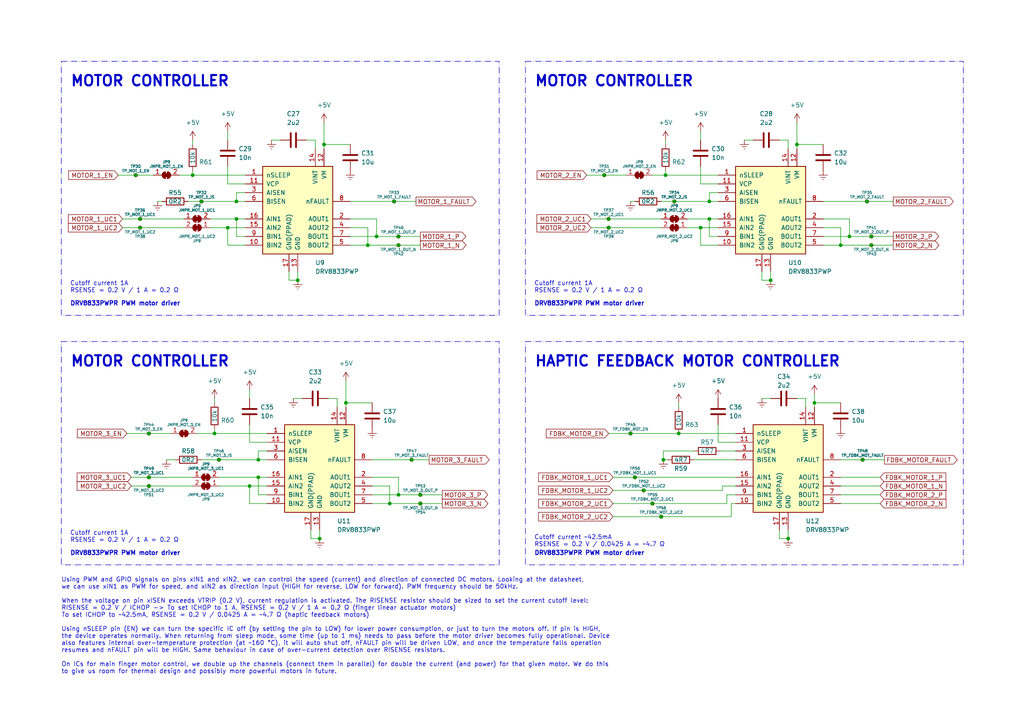
<source format=kicad_sch>
(kicad_sch (version 20230121) (generator eeschema)
  (paper "A4")
  (title_block (title "OpenHand prosthetic hand controller project") (date "2024-01-31") (rev "v1.0") (comment 1 "Aleksa Heler"))
  (lib_symbols
    (symbol "Connector:TestPoint_Small" (pin_numbers hide) (pin_names (offset 0.762) hide)
      (property "Reference" "TP" (at 0 3.81 0))
      (property "Value" "TestPoint_Small" (at 0 2.032 0))
      (symbol "TestPoint_Small_0_1"
        (circle (center 0 0) (radius 0.508))
      )
      (symbol "TestPoint_Small_1_1"
        (pin passive line (at 0 0 90) (length 0) (name "1") (number "1"))
      )
    )
    (symbol "Device:C" (pin_numbers hide) (pin_names (offset 0.254))
      (property "Reference" "C" (at 0.635 2.54 0))
      (property "Value" "C" (at 0.635 -2.54 0))
      (symbol "C_0_1"
        (polyline (pts (xy -2.032 -0.762) (xy 2.032 -0.762)) (stroke (width 0.508)))
        (polyline (pts (xy -2.032 0.762) (xy 2.032 0.762)) (stroke (width 0.508)))
      )
      (symbol "C_1_1"
        (pin passive line (at 0 3.81 270) (length 2.794) (name "~") (number "1"))
        (pin passive line (at 0 -3.81 90) (length 2.794) (name "~") (number "2"))
      )
    )
    (symbol "Device:R" (pin_numbers hide) (pin_names (offset 0))
      (property "Reference" "R" (at 2.032 0 90))
      (property "Value" "R" (at 0 0 90))
      (symbol "R_0_1"
        (rectangle (start -1.016 -2.54) (end 1.016 2.54) (stroke (width 0.254)))
      )
      (symbol "R_1_1"
        (pin passive line (at 0 3.81 270) (length 1.27) (name "~") (number "1"))
        (pin passive line (at 0 -3.81 90) (length 1.27) (name "~") (number "2"))
      )
    )
    (symbol "Driver_Motor:DRV8833PWP" (pin_names (offset 1.016))
      (property "Reference" "U" (at -3.81 16.51 0))
      (property "Value" "DRV8833PWP" (at -3.81 13.97 0))
      (symbol "DRV8833PWP_0_1"
        (rectangle (start -10.16 12.7) (end 10.16 -12.7) (stroke (width 0.254)) (fill (type background)))
      )
      (symbol "DRV8833PWP_1_1"
        (pin input line (at -15.24 10.16 0) (length 5.08) (name "nSLEEP") (number "1"))
        (pin input line (at -15.24 -10.16 0) (length 5.08) (name "BIN2") (number "10"))
        (pin bidirectional line (at -15.24 7.62 0) (length 5.08) (name "VCP") (number "11"))
        (pin power_in line (at 7.62 17.78 270) (length 5.08) (name "VM") (number "12"))
        (pin power_in line (at 0 -17.78 90) (length 5.08) (name "GND") (number "13"))
        (pin power_in line (at 5.08 17.78 270) (length 5.08) (name "VINT") (number "14"))
        (pin input line (at -15.24 -5.08 0) (length 5.08) (name "AIN2") (number "15"))
        (pin input line (at -15.24 -2.54 0) (length 5.08) (name "AIN1") (number "16"))
        (pin power_in line (at -2.54 -17.78 90) (length 5.08) (name "GND(PPAD)") (number "17"))
        (pin power_out line (at 15.24 -2.54 180) (length 5.08) (name "AOUT1") (number "2"))
        (pin bidirectional line (at -15.24 5.08 0) (length 5.08) (name "AISEN") (number "3"))
        (pin power_out line (at 15.24 -5.08 180) (length 5.08) (name "AOUT2") (number "4"))
        (pin power_out line (at 15.24 -10.16 180) (length 5.08) (name "BOUT2") (number "5"))
        (pin bidirectional line (at -15.24 2.54 0) (length 5.08) (name "BISEN") (number "6"))
        (pin power_out line (at 15.24 -7.62 180) (length 5.08) (name "BOUT1") (number "7"))
        (pin open_collector line (at 15.24 2.54 180) (length 5.08) (name "nFAULT") (number "8"))
        (pin input line (at -15.24 -7.62 0) (length 5.08) (name "BIN1") (number "9"))
      )
    )
    (symbol "Jumper:SolderJumper_2_Bridged" (pin_names (offset 0) hide)
      (property "Reference" "JP" (at 0 2.032 0))
      (property "Value" "SolderJumper_2_Bridged" (at 0 -2.54 0))
      (symbol "SolderJumper_2_Bridged_0_1"
        (rectangle (start -0.508 0.508) (end 0.508 -0.508) (fill (type outline)))
        (arc (start -0.254 1.016) (mid -1.2656 0) (end -0.254 -1.016))
        (arc (start -0.254 1.016) (mid -1.2656 0) (end -0.254 -1.016) (fill (type outline)))
        (polyline (pts (xy -0.254 1.016) (xy -0.254 -1.016)))
        (polyline (pts (xy 0.254 1.016) (xy 0.254 -1.016)))
        (arc (start 0.254 -1.016) (mid 1.2656 0) (end 0.254 1.016))
        (arc (start 0.254 -1.016) (mid 1.2656 0) (end 0.254 1.016) (fill (type outline)))
      )
      (symbol "SolderJumper_2_Bridged_1_1"
        (pin passive line (at -3.81 0 0) (length 2.54) (name "A") (number "1"))
        (pin passive line (at 3.81 0 180) (length 2.54) (name "B") (number "2"))
      )
    )
    (symbol "power:+5V" (power) (pin_names (offset 0))
      (property "Value" "+5V" (at 0 3.556 0))
      (symbol "+5V_0_1"
        (polyline (pts (xy -0.762 1.27) (xy 0 2.54)))
        (polyline (pts (xy 0 0) (xy 0 2.54)))
        (polyline (pts (xy 0 2.54) (xy 0.762 1.27)))
      )
      (symbol "+5V_1_1"
        (pin power_in line (at 0 0 90) (length 0) hide (name "+5V") (number "1"))
      )
    )
    (symbol "power:Earth" (power) (pin_names (offset 0))
      (symbol "Earth_0_1"
        (polyline (pts (xy -0.635 -1.905) (xy 0.635 -1.905)))
        (polyline (pts (xy -0.127 -2.54) (xy 0.127 -2.54)))
        (polyline (pts (xy 0 -1.27) (xy 0 0)))
        (polyline (pts (xy 1.27 -1.27) (xy -1.27 -1.27)))
      )
      (symbol "Earth_1_1"
        (pin power_in line (at 0 0 270) (length 0) hide (name "Earth") (number "1"))
      )
    )
  )
  (junction (at 74.93 138.43))
  (junction (at 193.04 50.8))
  (junction (at 115.57 68.58))
  (junction (at 115.57 71.12))
  (junction (at 205.74 63.5))
  (junction (at 251.46 58.42))
  (junction (at 93.98 41.91))
  (junction (at 191.77 149.86))
  (junction (at 175.26 50.8))
  (junction (at 176.53 66.04))
  (junction (at 68.58 58.42))
  (junction (at 62.23 125.73))
  (junction (at 40.64 66.04))
  (junction (at 192.405 133.35))
  (junction (at 252.73 71.12))
  (junction (at 74.93 133.35))
  (junction (at 55.88 50.8))
  (junction (at 114.3 58.42))
  (junction (at 121.92 143.51))
  (junction (at 205.74 58.42))
  (junction (at 121.92 146.05))
  (junction (at 184.15 138.43))
  (junction (at 250.19 133.35))
  (junction (at 63.5 133.35))
  (junction (at 196.85 125.73))
  (junction (at 243.84 71.12))
  (junction (at 246.38 68.58))
  (junction (at 72.39 140.97))
  (junction (at 113.03 146.05))
  (junction (at 58.42 58.42))
  (junction (at 86.36 81.28))
  (junction (at 195.58 58.42))
  (junction (at 189.23 146.05))
  (junction (at 109.22 68.58))
  (junction (at 40.64 63.5))
  (junction (at 231.14 41.91))
  (junction (at 186.69 142.24))
  (junction (at 252.73 68.58))
  (junction (at 43.18 140.97))
  (junction (at 43.18 138.43))
  (junction (at 43.18 125.73))
  (junction (at 182.88 125.73))
  (junction (at 39.37 50.8))
  (junction (at 119.38 133.35))
  (junction (at 68.58 63.5))
  (junction (at 115.57 143.51))
  (junction (at 223.52 81.28))
  (junction (at 100.33 116.84))
  (junction (at 203.2 66.04))
  (junction (at 92.71 156.21))
  (junction (at 66.04 66.04))
  (junction (at 176.53 63.5))
  (junction (at 236.22 116.84))
  (junction (at 106.68 71.12))
  (junction (at 228.6 156.21))
  (wire (pts (xy 175.26 50.8) (xy 181.61 50.8)))
  (wire (pts (xy 203.2 66.04) (xy 203.2 71.12)))
  (wire (pts (xy 106.68 71.12) (xy 115.57 71.12)))
  (wire (pts (xy 63.5 133.35) (xy 74.93 133.35)))
  (wire (pts (xy 106.68 71.12) (xy 101.6 71.12)))
  (wire (pts (xy 66.04 53.34) (xy 71.12 53.34)))
  (wire (pts (xy 68.58 68.58) (xy 71.12 68.58)))
  (wire (pts (xy 209.55 142.24) (xy 209.55 140.97)))
  (wire (pts (xy 66.04 38.1) (xy 66.04 40.64)))
  (wire (pts (xy 71.12 66.04) (xy 66.04 66.04)))
  (wire (pts (xy 86.36 78.74) (xy 86.36 81.28)))
  (wire (pts (xy 106.68 66.04) (xy 106.68 71.12)))
  (wire (pts (xy 176.53 63.5) (xy 191.77 63.5)))
  (wire (pts (xy 201.295 133.35) (xy 213.36 133.35)))
  (wire (pts (xy 107.95 143.51) (xy 115.57 143.51)))
  (wire (pts (xy 189.23 50.8) (xy 193.04 50.8)))
  (wire (pts (xy 191.77 149.86) (xy 212.09 149.86)))
  (wire (pts (xy 205.74 55.88) (xy 205.74 58.42)))
  (wire (pts (xy 233.68 115.57) (xy 233.68 118.11)))
  (wire (pts (xy 205.74 58.42) (xy 208.28 58.42)))
  (wire (pts (xy 113.03 140.97) (xy 113.03 146.05)))
  (wire (pts (xy 35.56 63.5) (xy 40.64 63.5)))
  (wire (pts (xy 177.8 146.05) (xy 189.23 146.05)))
  (wire (pts (xy 107.95 133.35) (xy 119.38 133.35)))
  (wire (pts (xy 85.09 115.57) (xy 87.63 115.57)))
  (wire (pts (xy 60.96 63.5) (xy 68.58 63.5)))
  (wire (pts (xy 238.76 66.04) (xy 243.84 66.04)))
  (wire (pts (xy 210.82 143.51) (xy 210.82 146.05)))
  (wire (pts (xy 115.57 71.12) (xy 121.92 71.12)))
  (wire (pts (xy 170.18 50.8) (xy 175.26 50.8)))
  (wire (pts (xy 114.3 58.42) (xy 120.65 58.42)))
  (wire (pts (xy 115.57 68.58) (xy 121.92 68.58)))
  (wire (pts (xy 83.82 81.28) (xy 86.36 81.28)))
  (wire (pts (xy 193.04 40.64) (xy 193.04 41.91)))
  (wire (pts (xy 54.61 58.42) (xy 58.42 58.42)))
  (wire (pts (xy 93.98 41.91) (xy 93.98 43.18)))
  (wire (pts (xy 38.1 140.97) (xy 43.18 140.97)))
  (wire (pts (xy 203.2 53.34) (xy 208.28 53.34)))
  (wire (pts (xy 66.04 48.26) (xy 66.04 53.34)))
  (wire (pts (xy 215.9 40.64) (xy 218.44 40.64)))
  (wire (pts (xy 68.58 63.5) (xy 68.58 68.58)))
  (wire (pts (xy 93.98 35.56) (xy 93.98 41.91)))
  (wire (pts (xy 101.6 66.04) (xy 106.68 66.04)))
  (wire (pts (xy 220.98 78.74) (xy 220.98 81.28)))
  (wire (pts (xy 209.55 140.97) (xy 213.36 140.97)))
  (wire (pts (xy 208.28 123.19) (xy 208.28 128.27)))
  (wire (pts (xy 107.95 140.97) (xy 113.03 140.97)))
  (wire (pts (xy 101.6 68.58) (xy 109.22 68.58)))
  (wire (pts (xy 182.88 58.42) (xy 184.15 58.42)))
  (wire (pts (xy 208.915 130.81) (xy 213.36 130.81)))
  (wire (pts (xy 186.69 142.24) (xy 209.55 142.24)))
  (wire (pts (xy 109.22 68.58) (xy 115.57 68.58)))
  (wire (pts (xy 192.405 133.35) (xy 193.675 133.35)))
  (wire (pts (xy 251.46 58.42) (xy 259.08 58.42)))
  (wire (pts (xy 176.53 125.73) (xy 182.88 125.73)))
  (wire (pts (xy 72.39 113.03) (xy 72.39 115.57)))
  (wire (pts (xy 220.98 115.57) (xy 223.52 115.57)))
  (wire (pts (xy 74.93 133.35) (xy 77.47 133.35)))
  (wire (pts (xy 199.39 63.5) (xy 205.74 63.5)))
  (wire (pts (xy 236.22 116.84) (xy 243.84 116.84)))
  (wire (pts (xy 226.06 153.67) (xy 226.06 156.21)))
  (wire (pts (xy 246.38 68.58) (xy 252.73 68.58)))
  (wire (pts (xy 231.14 41.91) (xy 231.14 43.18)))
  (wire (pts (xy 63.5 140.97) (xy 72.39 140.97)))
  (wire (pts (xy 71.12 63.5) (xy 68.58 63.5)))
  (wire (pts (xy 228.6 153.67) (xy 228.6 156.21)))
  (wire (pts (xy 226.06 156.21) (xy 228.6 156.21)))
  (wire (pts (xy 74.93 138.43) (xy 74.93 143.51)))
  (wire (pts (xy 55.88 40.64) (xy 55.88 41.91)))
  (wire (pts (xy 246.38 63.5) (xy 246.38 68.58)))
  (wire (pts (xy 184.15 138.43) (xy 213.36 138.43)))
  (wire (pts (xy 62.23 125.73) (xy 77.47 125.73)))
  (wire (pts (xy 113.03 146.05) (xy 121.92 146.05)))
  (wire (pts (xy 203.2 48.26) (xy 203.2 53.34)))
  (wire (pts (xy 203.2 38.1) (xy 203.2 40.64)))
  (wire (pts (xy 171.45 63.5) (xy 176.53 63.5)))
  (wire (pts (xy 40.64 63.5) (xy 53.34 63.5)))
  (wire (pts (xy 223.52 78.74) (xy 223.52 81.28)))
  (wire (pts (xy 77.47 130.81) (xy 74.93 130.81)))
  (wire (pts (xy 39.37 50.8) (xy 44.45 50.8)))
  (wire (pts (xy 58.42 58.42) (xy 68.58 58.42)))
  (wire (pts (xy 192.405 130.81) (xy 192.405 133.35)))
  (wire (pts (xy 177.8 142.24) (xy 186.69 142.24)))
  (wire (pts (xy 57.15 125.73) (xy 62.23 125.73)))
  (wire (pts (xy 238.76 63.5) (xy 246.38 63.5)))
  (wire (pts (xy 220.98 81.28) (xy 223.52 81.28)))
  (wire (pts (xy 199.39 66.04) (xy 203.2 66.04)))
  (wire (pts (xy 231.14 41.91) (xy 238.76 41.91)))
  (wire (pts (xy 43.18 138.43) (xy 55.88 138.43)))
  (wire (pts (xy 43.18 140.97) (xy 55.88 140.97)))
  (wire (pts (xy 193.04 49.53) (xy 193.04 50.8)))
  (wire (pts (xy 101.6 58.42) (xy 114.3 58.42)))
  (wire (pts (xy 243.84 66.04) (xy 243.84 71.12)))
  (wire (pts (xy 243.84 71.12) (xy 238.76 71.12)))
  (wire (pts (xy 63.5 138.43) (xy 74.93 138.43)))
  (wire (pts (xy 48.26 133.35) (xy 50.8 133.35)))
  (wire (pts (xy 60.96 66.04) (xy 66.04 66.04)))
  (wire (pts (xy 100.33 110.49) (xy 100.33 116.84)))
  (wire (pts (xy 231.14 35.56) (xy 231.14 41.91)))
  (wire (pts (xy 71.12 55.88) (xy 68.58 55.88)))
  (wire (pts (xy 250.19 133.35) (xy 256.54 133.35)))
  (wire (pts (xy 252.73 68.58) (xy 259.08 68.58)))
  (wire (pts (xy 236.22 116.84) (xy 236.22 118.11)))
  (wire (pts (xy 121.92 146.05) (xy 128.27 146.05)))
  (wire (pts (xy 55.88 49.53) (xy 55.88 50.8)))
  (wire (pts (xy 62.23 124.46) (xy 62.23 125.73)))
  (wire (pts (xy 58.42 133.35) (xy 63.5 133.35)))
  (wire (pts (xy 208.28 63.5) (xy 205.74 63.5)))
  (wire (pts (xy 52.07 50.8) (xy 55.88 50.8)))
  (wire (pts (xy 208.28 66.04) (xy 203.2 66.04)))
  (wire (pts (xy 74.93 130.81) (xy 74.93 133.35)))
  (wire (pts (xy 38.1 138.43) (xy 43.18 138.43)))
  (wire (pts (xy 83.82 78.74) (xy 83.82 81.28)))
  (wire (pts (xy 100.33 116.84) (xy 107.95 116.84)))
  (wire (pts (xy 97.79 115.57) (xy 97.79 118.11)))
  (wire (pts (xy 100.33 116.84) (xy 100.33 118.11)))
  (wire (pts (xy 236.22 114.3) (xy 236.22 116.84)))
  (wire (pts (xy 92.71 153.67) (xy 92.71 156.21)))
  (wire (pts (xy 252.73 71.12) (xy 259.08 71.12)))
  (wire (pts (xy 78.74 40.64) (xy 81.28 40.64)))
  (wire (pts (xy 107.95 138.43) (xy 115.57 138.43)))
  (wire (pts (xy 177.8 138.43) (xy 184.15 138.43)))
  (wire (pts (xy 243.84 140.97) (xy 255.27 140.97)))
  (wire (pts (xy 93.98 41.91) (xy 101.6 41.91)))
  (wire (pts (xy 72.39 123.19) (xy 72.39 128.27)))
  (wire (pts (xy 243.84 146.05) (xy 255.27 146.05)))
  (wire (pts (xy 193.04 50.8) (xy 208.28 50.8)))
  (wire (pts (xy 72.39 128.27) (xy 77.47 128.27)))
  (wire (pts (xy 121.92 143.51) (xy 128.27 143.51)))
  (wire (pts (xy 55.88 50.8) (xy 71.12 50.8)))
  (wire (pts (xy 231.14 115.57) (xy 233.68 115.57)))
  (wire (pts (xy 176.53 66.04) (xy 191.77 66.04)))
  (wire (pts (xy 77.47 138.43) (xy 74.93 138.43)))
  (wire (pts (xy 205.74 63.5) (xy 205.74 68.58)))
  (wire (pts (xy 189.23 146.05) (xy 210.82 146.05)))
  (wire (pts (xy 36.83 125.73) (xy 43.18 125.73)))
  (wire (pts (xy 243.84 133.35) (xy 250.19 133.35)))
  (wire (pts (xy 182.88 125.73) (xy 196.85 125.73)))
  (wire (pts (xy 66.04 66.04) (xy 66.04 71.12)))
  (wire (pts (xy 43.18 125.73) (xy 49.53 125.73)))
  (wire (pts (xy 201.295 130.81) (xy 192.405 130.81)))
  (wire (pts (xy 177.8 149.86) (xy 191.77 149.86)))
  (wire (pts (xy 243.84 138.43) (xy 255.27 138.43)))
  (wire (pts (xy 90.17 156.21) (xy 92.71 156.21)))
  (wire (pts (xy 45.72 58.42) (xy 46.99 58.42)))
  (wire (pts (xy 243.84 71.12) (xy 252.73 71.12)))
  (wire (pts (xy 119.38 133.35) (xy 124.46 133.35)))
  (wire (pts (xy 203.2 71.12) (xy 208.28 71.12)))
  (wire (pts (xy 115.57 138.43) (xy 115.57 143.51)))
  (wire (pts (xy 40.64 66.04) (xy 53.34 66.04)))
  (wire (pts (xy 195.58 58.42) (xy 205.74 58.42)))
  (wire (pts (xy 72.39 146.05) (xy 77.47 146.05)))
  (wire (pts (xy 77.47 140.97) (xy 72.39 140.97)))
  (wire (pts (xy 238.76 68.58) (xy 246.38 68.58)))
  (wire (pts (xy 208.28 55.88) (xy 205.74 55.88)))
  (wire (pts (xy 196.85 116.84) (xy 196.85 118.11)))
  (wire (pts (xy 243.84 143.51) (xy 255.27 143.51)))
  (wire (pts (xy 74.93 143.51) (xy 77.47 143.51)))
  (wire (pts (xy 191.77 58.42) (xy 195.58 58.42)))
  (wire (pts (xy 62.23 115.57) (xy 62.23 116.84)))
  (wire (pts (xy 101.6 63.5) (xy 109.22 63.5)))
  (wire (pts (xy 109.22 68.58) (xy 109.22 63.5)))
  (wire (pts (xy 34.29 50.8) (xy 39.37 50.8)))
  (wire (pts (xy 91.44 40.64) (xy 91.44 43.18)))
  (wire (pts (xy 212.09 146.05) (xy 213.36 146.05)))
  (wire (pts (xy 35.56 66.04) (xy 40.64 66.04)))
  (wire (pts (xy 68.58 58.42) (xy 71.12 58.42)))
  (wire (pts (xy 115.57 143.51) (xy 121.92 143.51)))
  (wire (pts (xy 205.74 68.58) (xy 208.28 68.58)))
  (wire (pts (xy 90.17 153.67) (xy 90.17 156.21)))
  (wire (pts (xy 213.36 143.51) (xy 210.82 143.51)))
  (wire (pts (xy 212.09 146.05) (xy 212.09 149.86)))
  (wire (pts (xy 238.76 58.42) (xy 251.46 58.42)))
  (wire (pts (xy 95.25 115.57) (xy 97.79 115.57)))
  (wire (pts (xy 66.04 71.12) (xy 71.12 71.12)))
  (wire (pts (xy 72.39 140.97) (xy 72.39 146.05)))
  (wire (pts (xy 113.03 146.05) (xy 107.95 146.05)))
  (wire (pts (xy 88.9 40.64) (xy 91.44 40.64)))
  (wire (pts (xy 171.45 66.04) (xy 176.53 66.04)))
  (wire (pts (xy 68.58 55.88) (xy 68.58 58.42)))
  (wire (pts (xy 196.85 125.73) (xy 213.36 125.73)))
  (wire (pts (xy 208.28 128.27) (xy 213.36 128.27)))
  (wire (pts (xy 228.6 40.64) (xy 228.6 43.18)))
  (wire (pts (xy 226.06 40.64) (xy 228.6 40.64)))
  (rectangle (start 17.78 99.06) (end 144.78 163.83) (stroke (width 0) (type dash_dot)))
  (rectangle (start 17.78 17.78) (end 144.78 91.44) (stroke (width 0) (type dash_dot)))
  (rectangle (start 152.4 99.06) (end 279.4 163.83) (stroke (width 0) (type dash_dot)))
  (rectangle (start 152.4 17.78) (end 279.4 91.44) (stroke (width 0) (type dash_dot)))
  (text "Cutoff current 1A\nRSENSE = 0.2 V / 1 A = 0.2 Ω" (at 154.94 85.09 0) (effects (font (size 1.27 1.27)) (justify left bottom)))
  (text "MOTOR CONTROLLER" (at 20.32 25.4 0) (effects (font (size 3 3) (thickness 0.6) bold) (justify left bottom)))
  (text "DRV8833PWPR PWM motor driver" (at 154.94 161.29 0) (effects (font (size 1.27 1.27) (thickness 0.254) bold) (justify left bottom)))
  (text "DRV8833PWPR PWM motor driver" (at 20.32 161.29 0) (effects (font (size 1.27 1.27) (thickness 0.254) bold) (justify left bottom)))
  (text "HAPTIC FEEDBACK MOTOR CONTROLLER" (at 154.94 106.68 0) (effects (font (size 3 3) (thickness 0.6) bold) (justify left bottom)))
  (text "Using PWM and GPIO signals on pins xIN1 and xIN2, we can control the speed (current) and direction of connected DC motors. Looking at the datasheet, \nwe can use xIN1 as PWM for speed, and xIN2 as direction input (HIGH for reverse, LOW for forward). PWM frequency should be 50kHz.\n\nWhen the voltage on pin xISEN exceeds VTRIP (0.2 V), current regulation is activated. The RISENSE resistor should be sized to set the current cutoff level:\nRISENSE = 0.2 V / ICHOP -> To set ICHOP to 1 A, RSENSE = 0.2 V / 1 A = 0.2 Ω (finger linear actuator motors)\nTo set ICHOP to ~42.5mA, RSENSE = 0.2 V / 0.0425 A = ~4.7 Ω (haptic feedback motors)\n\nUsing nSLEEP pin (EN) we can turn the specific IC off (by setting the pin to LOW) for lower power consumption, or just to turn the motors off. If pin is HIGH, \nthe device operates normally. When returning from sleep mode, some time (up to 1 ms) needs to pass before the motor driver becomes fully operational. Device \nalso features internal over-temperature protection (at ~160 °C), it will auto shut off, nFAULT pin will be driven LOW, and once the temperature falls operation \nresumes and nFAULT pin will be HIGH. Same behaviour in case of over-current detection over RISENSE resistors.\n\nOn ICs for main finger motor control, we double up the channels (connect them in parallel) for double the current (and power) for that given motor. We do this \nto give us room for thermal design and possibly more powerful motors in future." (at 17.78 195.58 0) (effects (font (size 1.27 1.27)) (justify left bottom)))
  (text "MOTOR CONTROLLER" (at 20.32 106.68 0) (effects (font (size 3 3) (thickness 0.6) bold) (justify left bottom)))
  (text "MOTOR CONTROLLER" (at 154.94 25.4 0) (effects (font (size 3 3) (thickness 0.6) bold) (justify left bottom)))
  (text "DRV8833PWPR PWM motor driver" (at 20.32 88.9 0) (effects (font (size 1.27 1.27) (thickness 0.254) bold) (justify left bottom)))
  (text "Cutoff current 1A\nRSENSE = 0.2 V / 1 A = 0.2 Ω" (at 20.32 85.09 0) (effects (font (size 1.27 1.27)) (justify left bottom)))
  (text "Cutoff current ~42.5mA\nRSENSE = 0.2 V / 0.0425 A = ~4.7 Ω" (at 154.94 158.75 0) (effects (font (size 1.27 1.27)) (justify left bottom)))
  (text "DRV8833PWPR PWM motor driver" (at 154.94 88.9 0) (effects (font (size 1.27 1.27) (thickness 0.254) bold) (justify left bottom)))
  (text "Cutoff current 1A\nRSENSE = 0.2 V / 1 A = 0.2 Ω" (at 20.32 157.48 0) (effects (font (size 1.27 1.27)) (justify left bottom)))
  (global_label "MOTOR_1_UC1" (shape input) (at 35.56 63.5 180) (property "Intersheetrefs" "${INTERSHEET_REFS}" (effects hide)))
  (global_label "MOTOR_1_EN" (shape input) (at 34.29 50.8 180) (property "Intersheetrefs" "${INTERSHEET_REFS}" (effects hide)))
  (global_label "MOTOR_3_N" (shape output) (at 128.27 146.05 0) (property "Intersheetrefs" "${INTERSHEET_REFS}" (effects hide)))
  (global_label "MOTOR_2_N" (shape output) (at 259.08 71.12 0) (property "Intersheetrefs" "${INTERSHEET_REFS}" (effects hide)))
  (global_label "MOTOR_2_EN" (shape input) (at 170.18 50.8 180) (property "Intersheetrefs" "${INTERSHEET_REFS}" (effects hide)))
  (global_label "FDBK_MOTOR_2_P" (shape input) (at 255.27 143.51 0) (property "Intersheetrefs" "${INTERSHEET_REFS}" (effects hide)))
  (global_label "FDBK_MOTOR_1_UC1" (shape input) (at 177.8 138.43 180) (property "Intersheetrefs" "${INTERSHEET_REFS}" (effects hide)))
  (global_label "MOTOR_2_FAULT" (shape output) (at 259.08 58.42 0) (property "Intersheetrefs" "${INTERSHEET_REFS}" (effects hide)))
  (global_label "FDBK_MOTOR_2_UC1" (shape input) (at 177.8 146.05 180) (property "Intersheetrefs" "${INTERSHEET_REFS}" (effects hide)))
  (global_label "FDBK_MOTOR_1_P" (shape input) (at 255.27 138.43 0) (property "Intersheetrefs" "${INTERSHEET_REFS}" (effects hide)))
  (global_label "FDBK_MOTOR_FAULT" (shape output) (at 256.54 133.35 0) (property "Intersheetrefs" "${INTERSHEET_REFS}" (effects hide)))
  (global_label "MOTOR_1_N" (shape output) (at 121.92 71.12 0) (property "Intersheetrefs" "${INTERSHEET_REFS}" (effects hide)))
  (global_label "MOTOR_1_P" (shape output) (at 121.92 68.58 0) (property "Intersheetrefs" "${INTERSHEET_REFS}" (effects hide)))
  (global_label "MOTOR_3_UC1" (shape input) (at 38.1 138.43 180) (property "Intersheetrefs" "${INTERSHEET_REFS}" (effects hide)))
  (global_label "MOTOR_3_P" (shape output) (at 128.27 143.51 0) (property "Intersheetrefs" "${INTERSHEET_REFS}" (effects hide)))
  (global_label "MOTOR_1_UC2" (shape input) (at 35.56 66.04 180) (property "Intersheetrefs" "${INTERSHEET_REFS}" (effects hide)))
  (global_label "MOTOR_2_UC2" (shape input) (at 171.45 66.04 180) (property "Intersheetrefs" "${INTERSHEET_REFS}" (effects hide)))
  (global_label "FDBK_MOTOR_2_UC2" (shape input) (at 177.8 149.86 180) (property "Intersheetrefs" "${INTERSHEET_REFS}" (effects hide)))
  (global_label "FDBK_MOTOR_2_N" (shape input) (at 255.27 146.05 0) (property "Intersheetrefs" "${INTERSHEET_REFS}" (effects hide)))
  (global_label "MOTOR_1_FAULT" (shape output) (at 120.65 58.42 0) (property "Intersheetrefs" "${INTERSHEET_REFS}" (effects hide)))
  (global_label "FDBK_MOTOR_EN" (shape input) (at 176.53 125.73 180) (property "Intersheetrefs" "${INTERSHEET_REFS}" (effects hide)))
  (global_label "MOTOR_3_UC2" (shape input) (at 38.1 140.97 180) (property "Intersheetrefs" "${INTERSHEET_REFS}" (effects hide)))
  (global_label "FDBK_MOTOR_1_UC2" (shape input) (at 177.8 142.24 180) (property "Intersheetrefs" "${INTERSHEET_REFS}" (effects hide)))
  (global_label "FDBK_MOTOR_1_N" (shape input) (at 255.27 140.97 0) (property "Intersheetrefs" "${INTERSHEET_REFS}" (effects hide)))
  (global_label "MOTOR_2_P" (shape output) (at 259.08 68.58 0) (property "Intersheetrefs" "${INTERSHEET_REFS}" (effects hide)))
  (global_label "MOTOR_3_EN" (shape input) (at 36.83 125.73 180) (property "Intersheetrefs" "${INTERSHEET_REFS}" (effects hide)))
  (global_label "MOTOR_2_UC1" (shape input) (at 171.45 63.5 180) (property "Intersheetrefs" "${INTERSHEET_REFS}" (effects hide)))
  (global_label "MOTOR_3_FAULT" (shape output) (at 124.46 133.35 0) (property "Intersheetrefs" "${INTERSHEET_REFS}" (effects hide)))
  (symbol (lib_id "power:Earth") (at 223.52 81.28 0) (unit 1)
    (property "Reference" "#PWR089" (effects hide))
    (property "Value" "Earth" (effects hide))
  )
  (symbol (lib_id "Jumper:SolderJumper_2_Bridged") (at 59.69 138.43 0) (unit 1)
    (property "Reference" "JP9" (at 59.69 134.62 0) (effects (font (size 0.8 0.8))))
    (property "Value" "JMPR_MOT_3_UC1" (at 59.69 135.89 0) (effects (font (size 0.8 0.8))))
    (property "Footprint" "Jumper:SolderJumper-2_P1.3mm_Bridged_RoundedPad1.0x1.5mm" (effects hide))
    (instances (project "OpenHand" (path "" (reference "JP9") (unit 1)) (path "" (reference "JP22") (unit 1)) (path "" (reference "JP32") (unit 1))))
  )
  (symbol (lib_id "Driver_Motor:DRV8833PWP") (at 92.71 135.89 0) (unit 1)
    (property "Reference" "U11" (at 97.79 151.13 0) (effects (justify left)))
    (property "Value" "DRV8833PWP" (at 97.79 153.67 0) (effects (justify left)))
    (property "Footprint" "Package_SO:HTSSOP-16-1EP_4.4x5mm_P0.65mm_EP3.4x5mm_Mask2.46x2.31mm_ThermalVias" (effects hide))
    (property "Datasheet" "http://www.ti.com/lit/ds/symlink/drv8833.pdf" (effects hide))
  )
  (symbol (lib_id "Device:C") (at 101.6 45.72 0) (unit 1)
    (property "Reference" "C31" (at 106.68 44.45 0))
    (property "Value" "10u" (at 106.68 46.99 0))
    (property "Footprint" "Capacitor_SMD:C_0805_2012Metric_Pad1.18x1.45mm_HandSolder" (effects hide))
  )
  (symbol (lib_id "Device:C") (at 208.28 119.38 0) (unit 1)
    (property "Reference" "C36" (at 213.36 118.11 0))
    (property "Value" "10n" (at 213.36 120.65 0))
    (property "Footprint" "Capacitor_SMD:C_0805_2012Metric_Pad1.18x1.45mm_HandSolder" (effects hide))
  )
  (symbol (lib_id "power:+5V") (at 203.2 38.1 0) (unit 1)
    (property "Reference" "#PWR081" (effects hide))
    (property "Value" "+5V" (at 203.2 33.02 0))
  )
  (symbol (lib_id "Driver_Motor:DRV8833PWP") (at 223.52 60.96 0) (unit 1)
    (property "Reference" "U10" (at 228.6 76.2 0) (effects (justify left)))
    (property "Value" "DRV8833PWP" (at 228.6 78.74 0) (effects (justify left)))
    (property "Footprint" "Package_SO:HTSSOP-16-1EP_4.4x5mm_P0.65mm_EP3.4x5mm_Mask2.46x2.31mm_ThermalVias" (effects hide))
    (property "Datasheet" "http://www.ti.com/lit/ds/symlink/drv8833.pdf" (effects hide))
  )
  (symbol (lib_id "Jumper:SolderJumper_2_Bridged") (at 48.26 50.8 0) (unit 1)
    (property "Reference" "JP9" (at 48.26 46.99 0) (effects (font (size 0.8 0.8))))
    (property "Value" "JMPR_MOT_1_EN" (at 48.26 48.26 0) (effects (font (size 0.8 0.8))))
    (property "Footprint" "Jumper:SolderJumper-2_P1.3mm_Bridged_RoundedPad1.0x1.5mm" (effects hide))
    (instances (project "OpenHand" (path "" (reference "JP9") (unit 1)) (path "" (reference "JP22") (unit 1)) (path "" (reference "JP25") (unit 1))))
  )
  (symbol (lib_id "Connector:TestPoint_Small") (at 121.92 146.05 0) (unit 1)
    (property "Reference" "TP54" (at 121.92 148.59 0) (effects (font (size 0.8 0.8))))
    (property "Value" "TP_MOT_3_OUT_N" (at 121.92 147.32 0) (effects (font (size 0.8 0.8))))
  )
  (symbol (lib_id "power:Earth") (at 243.84 124.46 0) (unit 1)
    (property "Reference" "#PWR097" (effects hide))
    (property "Value" "Earth" (effects hide))
  )
  (symbol (lib_id "power:+5V") (at 93.98 35.56 0) (unit 1)
    (property "Reference" "#PWR078" (effects hide))
    (property "Value" "+5V" (at 93.98 30.48 0))
  )
  (symbol (lib_id "Device:R") (at 62.23 120.65 180) (unit 1)
    (property "Reference" "R60" (at 66.04 121.92 0))
    (property "Value" "10k" (at 62.23 120.65 90))
    (property "Footprint" "Resistor_SMD:R_1206_3216Metric_Pad1.30x1.75mm_HandSolder" (effects hide))
  )
  (symbol (lib_id "Connector:TestPoint_Small") (at 182.88 125.73 180) (unit 1)
    (property "Reference" "TP45" (at 182.88 123.19 0) (effects (font (size 0.8 0.8))))
    (property "Value" "TP_FDBK_MOT_EN" (at 182.88 124.46 0) (effects (font (size 0.8 0.8))))
  )
  (symbol (lib_id "Device:C") (at 238.76 45.72 0) (unit 1)
    (property "Reference" "C32" (at 243.84 44.45 0))
    (property "Value" "10u" (at 243.84 46.99 0))
    (property "Footprint" "Capacitor_SMD:C_0805_2012Metric_Pad1.18x1.45mm_HandSolder" (effects hide))
  )
  (symbol (lib_id "power:Earth") (at 192.405 133.35 0) (unit 1)
    (property "Reference" "#PWR099" (effects hide))
    (property "Value" "Earth" (effects hide))
  )
  (symbol (lib_id "Connector:TestPoint_Small") (at 58.42 58.42 180) (unit 1)
    (property "Reference" "TP32" (at 58.42 55.88 0) (effects (font (size 0.8 0.8))))
    (property "Value" "TP_MOT_1_IS" (at 58.42 57.15 0) (effects (font (size 0.8 0.8))))
  )
  (symbol (lib_id "power:+5V") (at 236.22 114.3 0) (unit 1)
    (property "Reference" "#PWR092" (effects hide))
    (property "Value" "+5V" (at 236.22 109.22 0))
  )
  (symbol (lib_id "Connector:TestPoint_Small") (at 176.53 63.5 180) (unit 1)
    (property "Reference" "TP37" (at 176.53 60.96 0) (effects (font (size 0.8 0.8))))
    (property "Value" "TP_MOT_2_UC1" (at 176.53 62.23 0) (effects (font (size 0.8 0.8))))
  )
  (symbol (lib_id "Connector:TestPoint_Small") (at 39.37 50.8 180) (unit 1)
    (property "Reference" "TP30" (at 39.37 48.26 0) (effects (font (size 0.8 0.8))))
    (property "Value" "TP_MOT_1_EN" (at 39.37 49.53 0) (effects (font (size 0.8 0.8))))
  )
  (symbol (lib_id "Connector:TestPoint_Small") (at 115.57 68.58 180) (unit 1)
    (property "Reference" "TP40" (at 115.57 66.04 0) (effects (font (size 0.8 0.8))))
    (property "Value" "TP_MOT_1_OUT_P" (at 115.57 67.31 0) (effects (font (size 0.8 0.8))))
  )
  (symbol (lib_id "Device:C") (at 91.44 115.57 90) (unit 1)
    (property "Reference" "C33" (at 91.44 107.95 90))
    (property "Value" "2u2" (at 91.44 110.49 90))
    (property "Footprint" "Capacitor_SMD:C_0805_2012Metric_Pad1.18x1.45mm_HandSolder" (effects hide))
  )
  (symbol (lib_id "Connector:TestPoint_Small") (at 184.15 138.43 180) (unit 1)
    (property "Reference" "TP50" (at 184.15 135.89 0) (effects (font (size 0.8 0.8))))
    (property "Value" "TP_FDBK_MOT_1_UC1" (at 184.15 137.16 0) (effects (font (size 0.8 0.8))))
  )
  (symbol (lib_id "power:+5V") (at 72.39 113.03 0) (unit 1)
    (property "Reference" "#PWR091" (effects hide))
    (property "Value" "+5V" (at 72.39 107.95 0))
  )
  (symbol (lib_id "Jumper:SolderJumper_2_Bridged") (at 57.15 63.5 0) (unit 1)
    (property "Reference" "JP9" (at 57.15 59.69 0) (effects (font (size 0.8 0.8))))
    (property "Value" "JMPR_MOT_1_UC1" (at 57.15 60.96 0) (effects (font (size 0.8 0.8))))
    (property "Footprint" "Jumper:SolderJumper-2_P1.3mm_Bridged_RoundedPad1.0x1.5mm" (effects hide))
    (instances (project "OpenHand" (path "" (reference "JP9") (unit 1)) (path "" (reference "JP22") (unit 1)) (path "" (reference "JP27") (unit 1))))
  )
  (symbol (lib_id "Jumper:SolderJumper_2_Bridged") (at 195.58 63.5 0) (unit 1)
    (property "Reference" "JP9" (at 195.58 59.69 0) (effects (font (size 0.8 0.8))))
    (property "Value" "JMPR_MOT_2_UC1" (at 195.58 60.96 0) (effects (font (size 0.8 0.8))))
    (property "Footprint" "Jumper:SolderJumper-2_P1.3mm_Bridged_RoundedPad1.0x1.5mm" (effects hide))
    (instances (project "OpenHand" (path "" (reference "JP9") (unit 1)) (path "" (reference "JP22") (unit 1)) (path "" (reference "JP28") (unit 1))))
  )
  (symbol (lib_id "Connector:TestPoint_Small") (at 252.73 71.12 0) (unit 1)
    (property "Reference" "TP43" (at 252.73 73.66 0) (effects (font (size 0.8 0.8))))
    (property "Value" "TP_MOT_2_OUT_N" (at 252.73 72.39 0) (effects (font (size 0.8 0.8))))
  )
  (symbol (lib_id "power:Earth") (at 220.98 115.57 0) (unit 1)
    (property "Reference" "#PWR095" (effects hide))
    (property "Value" "Earth" (effects hide))
  )
  (symbol (lib_id "Connector:TestPoint_Small") (at 63.5 133.35 180) (unit 1)
    (property "Reference" "TP46" (at 63.5 130.81 0) (effects (font (size 0.8 0.8))))
    (property "Value" "TP_MOT_3_IS" (at 63.5 132.08 0) (effects (font (size 0.8 0.8))))
  )
  (symbol (lib_id "Device:C") (at 222.25 40.64 90) (unit 1)
    (property "Reference" "C28" (at 222.25 33.02 90))
    (property "Value" "2u2" (at 222.25 35.56 90))
    (property "Footprint" "Capacitor_SMD:C_0805_2012Metric_Pad1.18x1.45mm_HandSolder" (effects hide))
  )
  (symbol (lib_id "power:Earth") (at 101.6 49.53 0) (unit 1)
    (property "Reference" "#PWR084" (effects hide))
    (property "Value" "Earth" (effects hide))
  )
  (symbol (lib_id "Device:R") (at 187.96 58.42 90) (unit 1)
    (property "Reference" "R56" (at 187.96 55.88 90))
    (property "Value" "0R2" (at 187.96 58.42 90))
    (property "Footprint" "Resistor_SMD:R_1206_3216Metric_Pad1.30x1.75mm_HandSolder" (effects hide))
  )
  (symbol (lib_id "power:Earth") (at 215.9 40.64 0) (unit 1)
    (property "Reference" "#PWR083" (effects hide))
    (property "Value" "Earth" (effects hide))
  )
  (symbol (lib_id "Connector:TestPoint_Small") (at 176.53 66.04 0) (unit 1)
    (property "Reference" "TP39" (at 176.53 68.58 0) (effects (font (size 0.8 0.8))))
    (property "Value" "TP_MOT_2_UC2" (at 176.53 67.31 0) (effects (font (size 0.8 0.8))))
  )
  (symbol (lib_id "Jumper:SolderJumper_2_Bridged") (at 185.42 50.8 0) (unit 1)
    (property "Reference" "JP9" (at 185.42 46.99 0) (effects (font (size 0.8 0.8))))
    (property "Value" "JMPR_MOT_2_EN" (at 185.42 48.26 0) (effects (font (size 0.8 0.8))))
    (property "Footprint" "Jumper:SolderJumper-2_P1.3mm_Bridged_RoundedPad1.0x1.5mm" (effects hide))
    (instances (project "OpenHand" (path "" (reference "JP9") (unit 1)) (path "" (reference "JP22") (unit 1)) (path "" (reference "JP26") (unit 1))))
  )
  (symbol (lib_id "power:+5V") (at 231.14 35.56 0) (unit 1)
    (property "Reference" "#PWR079" (effects hide))
    (property "Value" "+5V" (at 231.14 30.48 0))
  )
  (symbol (lib_id "power:Earth") (at 182.88 58.42 0) (unit 1)
    (property "Reference" "#PWR087" (effects hide))
    (property "Value" "Earth" (effects hide))
  )
  (symbol (lib_id "Jumper:SolderJumper_2_Bridged") (at 57.15 66.04 180) (unit 1)
    (property "Reference" "JP9" (at 57.15 69.85 0) (effects (font (size 0.8 0.8))))
    (property "Value" "JMPR_MOT_1_UC2" (at 57.15 68.58 0) (effects (font (size 0.8 0.8))))
    (property "Footprint" "Jumper:SolderJumper-2_P1.3mm_Bridged_RoundedPad1.0x1.5mm" (effects hide))
    (instances (project "OpenHand" (path "" (reference "JP9") (unit 1)) (path "" (reference "JP22") (unit 1)) (path "" (reference "JP29") (unit 1))))
  )
  (symbol (lib_id "power:Earth") (at 238.76 49.53 0) (unit 1)
    (property "Reference" "#PWR085" (effects hide))
    (property "Value" "Earth" (effects hide))
  )
  (symbol (lib_id "power:+5V") (at 208.28 115.57 0) (unit 1)
    (property "Reference" "#PWR094" (effects hide))
    (property "Value" "+5V" (at 208.28 110.49 0))
  )
  (symbol (lib_id "Device:R") (at 196.85 121.92 180) (unit 1)
    (property "Reference" "R63" (at 200.66 123.19 0))
    (property "Value" "10k" (at 196.85 121.92 90))
    (property "Footprint" "Resistor_SMD:R_1206_3216Metric_Pad1.30x1.75mm_HandSolder" (effects hide))
  )
  (symbol (lib_id "Connector:TestPoint_Small") (at 114.3 58.42 180) (unit 1)
    (property "Reference" "TP33" (at 114.3 55.88 0) (effects (font (size 0.8 0.8))))
    (property "Value" "TP_MOT_1_FAULT" (at 114.3 57.15 0) (effects (font (size 0.8 0.8))))
  )
  (symbol (lib_id "Driver_Motor:DRV8833PWP") (at 86.36 60.96 0) (unit 1)
    (property "Reference" "U9" (at 91.44 76.2 0) (effects (justify left)))
    (property "Value" "DRV8833PWP" (at 91.44 78.74 0) (effects (justify left)))
    (property "Footprint" "Package_SO:HTSSOP-16-1EP_4.4x5mm_P0.65mm_EP3.4x5mm_Mask2.46x2.31mm_ThermalVias" (effects hide))
    (property "Datasheet" "http://www.ti.com/lit/ds/symlink/drv8833.pdf" (effects hide))
  )
  (symbol (lib_id "Jumper:SolderJumper_2_Bridged") (at 59.69 140.97 180) (unit 1)
    (property "Reference" "JP9" (at 59.69 144.78 0) (effects (font (size 0.8 0.8))))
    (property "Value" "JMPR_MOT_3_UC2" (at 59.69 143.51 0) (effects (font (size 0.8 0.8))))
    (property "Footprint" "Jumper:SolderJumper-2_P1.3mm_Bridged_RoundedPad1.0x1.5mm" (effects hide))
    (instances (project "OpenHand" (path "" (reference "JP9") (unit 1)) (path "" (reference "JP22") (unit 1)) (path "" (reference "JP33") (unit 1))))
  )
  (symbol (lib_id "power:Earth") (at 92.71 156.21 0) (unit 1)
    (property "Reference" "#PWR0100" (effects hide))
    (property "Value" "Earth" (effects hide))
  )
  (symbol (lib_id "Connector:TestPoint_Small") (at 115.57 71.12 0) (unit 1)
    (property "Reference" "TP42" (at 115.57 73.66 0) (effects (font (size 0.8 0.8))))
    (property "Value" "TP_MOT_1_OUT_N" (at 115.57 72.39 0) (effects (font (size 0.8 0.8))))
  )
  (symbol (lib_id "power:Earth") (at 45.72 58.42 0) (unit 1)
    (property "Reference" "#PWR086" (effects hide))
    (property "Value" "Earth" (effects hide))
  )
  (symbol (lib_id "Device:C") (at 66.04 44.45 0) (unit 1)
    (property "Reference" "C29" (at 71.12 43.18 0))
    (property "Value" "10n" (at 71.12 45.72 0))
    (property "Footprint" "Capacitor_SMD:C_0805_2012Metric_Pad1.18x1.45mm_HandSolder" (effects hide))
  )
  (symbol (lib_id "power:Earth") (at 107.95 124.46 0) (unit 1)
    (property "Reference" "#PWR096" (effects hide))
    (property "Value" "Earth" (effects hide))
  )
  (symbol (lib_id "Connector:TestPoint_Small") (at 121.92 143.51 180) (unit 1)
    (property "Reference" "TP53" (at 121.92 140.97 0) (effects (font (size 0.8 0.8))))
    (property "Value" "TP_MOT_3_OUT_P" (at 121.92 142.24 0) (effects (font (size 0.8 0.8))))
  )
  (symbol (lib_id "Connector:TestPoint_Small") (at 251.46 58.42 180) (unit 1)
    (property "Reference" "TP35" (at 251.46 55.88 0) (effects (font (size 0.8 0.8))))
    (property "Value" "TP_MOT_2_FAULT" (at 251.46 57.15 0) (effects (font (size 0.8 0.8))))
  )
  (symbol (lib_id "power:Earth") (at 85.09 115.57 0) (unit 1)
    (property "Reference" "#PWR093" (effects hide))
    (property "Value" "Earth" (effects hide))
  )
  (symbol (lib_id "Connector:TestPoint_Small") (at 43.18 140.97 0) (unit 1)
    (property "Reference" "TP51" (at 43.18 143.51 0) (effects (font (size 0.8 0.8))))
    (property "Value" "TP_MOT_3_UC2" (at 43.18 142.24 0) (effects (font (size 0.8 0.8))))
  )
  (symbol (lib_id "Device:C") (at 227.33 115.57 90) (unit 1)
    (property "Reference" "C34" (at 227.33 109.22 90))
    (property "Value" "2u2" (at 227.33 111.76 90))
    (property "Footprint" "Capacitor_SMD:C_0805_2012Metric_Pad1.18x1.45mm_HandSolder" (effects hide))
  )
  (symbol (lib_id "power:+5V") (at 193.04 40.64 0) (unit 1)
    (property "Reference" "#PWR0104" (effects hide))
    (property "Value" "+5V" (at 193.04 35.56 0))
  )
  (symbol (lib_id "Jumper:SolderJumper_2_Bridged") (at 53.34 125.73 0) (unit 1)
    (property "Reference" "JP9" (at 53.34 121.92 0) (effects (font (size 0.8 0.8))))
    (property "Value" "JMPR_MOT_3_EN" (at 53.34 123.19 0) (effects (font (size 0.8 0.8))))
    (property "Footprint" "Jumper:SolderJumper-2_P1.3mm_Bridged_RoundedPad1.0x1.5mm" (effects hide))
    (instances (project "OpenHand" (path "" (reference "JP9") (unit 1)) (path "" (reference "JP22") (unit 1)) (path "" (reference "JP31") (unit 1))))
  )
  (symbol (lib_id "Device:C") (at 72.39 119.38 0) (unit 1)
    (property "Reference" "C35" (at 77.47 118.11 0))
    (property "Value" "10n" (at 77.47 120.65 0))
    (property "Footprint" "Capacitor_SMD:C_0805_2012Metric_Pad1.18x1.45mm_HandSolder" (effects hide))
  )
  (symbol (lib_id "power:Earth") (at 48.26 133.35 0) (unit 1)
    (property "Reference" "#PWR098" (effects hide))
    (property "Value" "Earth" (effects hide))
  )
  (symbol (lib_id "Device:R") (at 50.8 58.42 90) (unit 1)
    (property "Reference" "R55" (at 50.8 55.88 90))
    (property "Value" "0R2" (at 50.8 58.42 90))
    (property "Footprint" "Resistor_SMD:R_1206_3216Metric_Pad1.30x1.75mm_HandSolder" (effects hide))
  )
  (symbol (lib_id "Connector:TestPoint_Small") (at 119.38 133.35 180) (unit 1)
    (property "Reference" "TP47" (at 119.38 130.81 0) (effects (font (size 0.8 0.8))))
    (property "Value" "TP_MOT_3_FAULT" (at 119.38 132.08 0) (effects (font (size 0.8 0.8))))
  )
  (symbol (lib_id "power:+5V") (at 66.04 38.1 0) (unit 1)
    (property "Reference" "#PWR080" (effects hide))
    (property "Value" "+5V" (at 66.04 33.02 0))
  )
  (symbol (lib_id "power:+5V") (at 196.85 116.84 0) (unit 1)
    (property "Reference" "#PWR0105" (effects hide))
    (property "Value" "+5V" (at 196.85 111.76 0))
  )
  (symbol (lib_id "Connector:TestPoint_Small") (at 250.19 133.35 180) (unit 1)
    (property "Reference" "TP48" (at 250.19 130.81 0) (effects (font (size 0.8 0.8))))
    (property "Value" "TP_FDBK_MOT_FAULT" (at 250.19 132.08 0) (effects (font (size 0.8 0.8))))
  )
  (symbol (lib_id "power:+5V") (at 100.33 110.49 0) (unit 1)
    (property "Reference" "#PWR090" (effects hide))
    (property "Value" "+5V" (at 100.33 105.41 0))
  )
  (symbol (lib_id "power:Earth") (at 78.74 40.64 0) (unit 1)
    (property "Reference" "#PWR082" (effects hide))
    (property "Value" "Earth" (effects hide))
  )
  (symbol (lib_id "Connector:TestPoint_Small") (at 195.58 58.42 180) (unit 1)
    (property "Reference" "TP34" (at 195.58 55.88 0) (effects (font (size 0.8 0.8))))
    (property "Value" "TP_MOT_2_IS" (at 195.58 57.15 0) (effects (font (size 0.8 0.8))))
  )
  (symbol (lib_id "Connector:TestPoint_Small") (at 189.23 146.05 180) (unit 1)
    (property "Reference" "TP55" (at 189.23 143.51 0) (effects (font (size 0.8 0.8))))
    (property "Value" "TP_FDBK_MOT_2_UC1" (at 189.23 144.78 0) (effects (font (size 0.8 0.8))))
  )
  (symbol (lib_id "Connector:TestPoint_Small") (at 43.18 125.73 180) (unit 1)
    (property "Reference" "TP44" (at 43.18 123.19 0) (effects (font (size 0.8 0.8))))
    (property "Value" "TP_MOT_3_EN" (at 43.18 124.46 0) (effects (font (size 0.8 0.8))))
  )
  (symbol (lib_id "Connector:TestPoint_Small") (at 40.64 66.04 0) (unit 1)
    (property "Reference" "TP38" (at 40.64 68.58 0) (effects (font (size 0.8 0.8))))
    (property "Value" "TP_MOT_1_UC2" (at 40.64 67.31 0) (effects (font (size 0.8 0.8))))
  )
  (symbol (lib_id "Connector:TestPoint_Small") (at 43.18 138.43 180) (unit 1)
    (property "Reference" "TP49" (at 43.18 135.89 0) (effects (font (size 0.8 0.8))))
    (property "Value" "TP_MOT_3_UC1" (at 43.18 137.16 0) (effects (font (size 0.8 0.8))))
  )
  (symbol (lib_id "Connector:TestPoint_Small") (at 175.26 50.8 180) (unit 1)
    (property "Reference" "TP31" (at 175.26 48.26 0) (effects (font (size 0.8 0.8))))
    (property "Value" "TP_MOT_2_EN" (at 175.26 49.53 0) (effects (font (size 0.8 0.8))))
  )
  (symbol (lib_id "Device:R") (at 55.88 45.72 180) (unit 1)
    (property "Reference" "R61" (at 59.69 46.99 0))
    (property "Value" "10k" (at 55.88 45.72 90))
    (property "Footprint" "Resistor_SMD:R_1206_3216Metric_Pad1.30x1.75mm_HandSolder" (effects hide))
  )
  (symbol (lib_id "Connector:TestPoint_Small") (at 191.77 149.86 180) (unit 1)
    (property "Reference" "TP56" (at 191.77 147.32 0) (effects (font (size 0.8 0.8))))
    (property "Value" "TP_FDBK_MOT_2_UC2" (at 191.77 148.59 0) (effects (font (size 0.8 0.8))))
  )
  (symbol (lib_id "Device:R") (at 54.61 133.35 90) (unit 1)
    (property "Reference" "R58" (at 54.61 130.81 90))
    (property "Value" "0R2" (at 54.61 133.35 90))
    (property "Footprint" "Resistor_SMD:R_1206_3216Metric_Pad1.30x1.75mm_HandSolder" (effects hide))
  )
  (symbol (lib_id "Connector:TestPoint_Small") (at 186.69 142.24 180) (unit 1)
    (property "Reference" "TP52" (at 186.69 139.7 0) (effects (font (size 0.8 0.8))))
    (property "Value" "TP_FDBK_MOT_1_UC2" (at 186.69 140.97 0) (effects (font (size 0.8 0.8))))
  )
  (symbol (lib_id "Device:C") (at 85.09 40.64 90) (unit 1)
    (property "Reference" "C27" (at 85.09 33.02 90))
    (property "Value" "2u2" (at 85.09 35.56 90))
    (property "Footprint" "Capacitor_SMD:C_0805_2012Metric_Pad1.18x1.45mm_HandSolder" (effects hide))
  )
  (symbol (lib_id "Connector:TestPoint_Small") (at 252.73 68.58 180) (unit 1)
    (property "Reference" "TP41" (at 252.73 66.04 0) (effects (font (size 0.8 0.8))))
    (property "Value" "TP_MOT_2_OUT_P" (at 252.73 67.31 0) (effects (font (size 0.8 0.8))))
  )
  (symbol (lib_id "Device:C") (at 203.2 44.45 0) (unit 1)
    (property "Reference" "C30" (at 208.28 43.18 0))
    (property "Value" "10n" (at 208.28 45.72 0))
    (property "Footprint" "Capacitor_SMD:C_0805_2012Metric_Pad1.18x1.45mm_HandSolder" (effects hide))
  )
  (symbol (lib_id "power:Earth") (at 86.36 81.28 0) (unit 1)
    (property "Reference" "#PWR088" (effects hide))
    (property "Value" "Earth" (effects hide))
  )
  (symbol (lib_id "power:+5V") (at 55.88 40.64 0) (unit 1)
    (property "Reference" "#PWR0103" (effects hide))
    (property "Value" "+5V" (at 55.88 35.56 0))
  )
  (symbol (lib_id "power:Earth") (at 228.6 156.21 0) (unit 1)
    (property "Reference" "#PWR0101" (effects hide))
    (property "Value" "Earth" (effects hide))
  )
  (symbol (lib_id "Driver_Motor:DRV8833PWP") (at 228.6 135.89 0) (unit 1)
    (property "Reference" "U12" (at 233.68 151.13 0) (effects (justify left)))
    (property "Value" "DRV8833PWP" (at 233.68 153.67 0) (effects (justify left)))
    (property "Footprint" "Package_SO:HTSSOP-16-1EP_4.4x5mm_P0.65mm_EP3.4x5mm_Mask2.46x2.31mm_ThermalVias" (effects hide))
    (property "Datasheet" "http://www.ti.com/lit/ds/symlink/drv8833.pdf" (effects hide))
  )
  (symbol (lib_id "Device:C") (at 107.95 120.65 0) (unit 1)
    (property "Reference" "C37" (at 113.03 119.38 0))
    (property "Value" "10u" (at 113.03 121.92 0))
    (property "Footprint" "Capacitor_SMD:C_0805_2012Metric_Pad1.18x1.45mm_HandSolder" (effects hide))
  )
  (symbol (lib_id "Connector:TestPoint_Small") (at 40.64 63.5 180) (unit 1)
    (property "Reference" "TP36" (at 40.64 60.96 0) (effects (font (size 0.8 0.8))))
    (property "Value" "TP_MOT_1_UC1" (at 40.64 62.23 0) (effects (font (size 0.8 0.8))))
  )
  (symbol (lib_id "Device:R") (at 197.485 133.35 90) (unit 1)
    (property "Reference" "R59" (at 197.485 135.89 90))
    (property "Value" "4R7" (at 197.485 133.35 90))
    (property "Footprint" "Resistor_SMD:R_1206_3216Metric_Pad1.30x1.75mm_HandSolder" (effects hide))
  )
  (symbol (lib_id "Device:C") (at 243.84 120.65 0) (unit 1)
    (property "Reference" "C38" (at 248.92 119.38 0))
    (property "Value" "10u" (at 248.92 121.92 0))
    (property "Footprint" "Capacitor_SMD:C_0805_2012Metric_Pad1.18x1.45mm_HandSolder" (effects hide))
  )
  (symbol (lib_id "power:+5V") (at 62.23 115.57 0) (unit 1)
    (property "Reference" "#PWR0102" (effects hide))
    (property "Value" "+5V" (at 62.23 110.49 0))
  )
  (symbol (lib_id "Device:R") (at 193.04 45.72 180) (unit 1)
    (property "Reference" "R62" (at 196.85 46.99 0))
    (property "Value" "10k" (at 193.04 45.72 90))
    (property "Footprint" "Resistor_SMD:R_1206_3216Metric_Pad1.30x1.75mm_HandSolder" (effects hide))
  )
  (symbol (lib_id "Jumper:SolderJumper_2_Bridged") (at 195.58 66.04 180) (unit 1)
    (property "Reference" "JP9" (at 195.58 69.85 0) (effects (font (size 0.8 0.8))))
    (property "Value" "JMPR_MOT_2_UC2" (at 195.58 68.58 0) (effects (font (size 0.8 0.8))))
    (property "Footprint" "Jumper:SolderJumper-2_P1.3mm_Bridged_RoundedPad1.0x1.5mm" (effects hide))
    (instances (project "OpenHand" (path "" (reference "JP9") (unit 1)) (path "" (reference "JP22") (unit 1)) (path "" (reference "JP30") (unit 1))))
  )
  (symbol (lib_id "Device:R") (at 205.105 130.81 90) (unit 1)
    (property "Reference" "R57" (at 205.105 128.27 90))
    (property "Value" "4R7" (at 205.105 130.81 90))
    (property "Footprint" "Resistor_SMD:R_1206_3216Metric_Pad1.30x1.75mm_HandSolder" (effects hide))
  )
)
</source>
